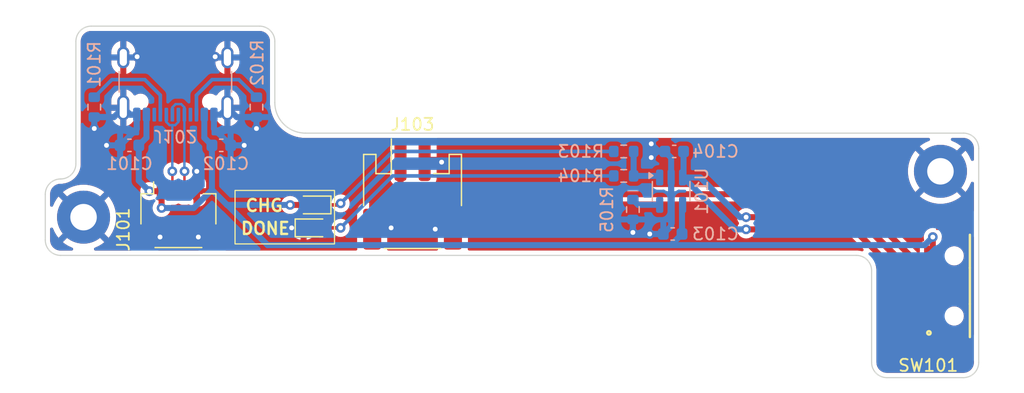
<source format=kicad_pcb>
(kicad_pcb (version 20240108) (generator "pcbnew") (generator_version "8.0")
  (layers (0 "F.Cu" signal) (31 "B.Cu" signal) (34 "B.Paste" user) (35 "F.Paste" user) (36 "B.SilkS" user "B.Silkscreen") (37 "F.SilkS" user "F.Silkscreen") (38 "B.Mask" user) (39 "F.Mask" user) (44 "Edge.Cuts" user))
  (net 0 "")
  (net 1 "VCC")
  (net 2 "GND")
  (net 3 "Net-(U101-V_{BAT})")
  (net 4 "Net-(D101-K)")
  (net 5 "Net-(D102-A)")
  (net 6 "USB_D-")
  (net 7 "USB_D+")
  (net 8 "Net-(J102-CC1)")
  (net 9 "Net-(J102-CC2)")
  (net 12 "Net-(J103-Pin_1)")
  (net 13 "Net-(U101-STAT)")
  (net 14 "Net-(U101-PROG)")
  (footprint "MountingHole:MountingHole_2.2mm_M2_Pad" (layer "F.Cu") (at 26.035 41.275)
    (property "Reference" "H101" (hide yes))
    (property "Value" "MountingHole_Pad")
    (pad "1" thru_hole circle (at 0 0) (size 4.4 4.4) (drill 2.2) (layers "*.Cu" "*.Mask") (net 2 "GND"))
  )
  (footprint "PCM_Slide_SW:SW_PCM13SMTR" (layer "F.Cu") (at 98.298 46.99 90)
    (property "Reference" "SW101" (at -6.604 -2.159 0) (layer "F.SilkS") (effects (font (size 1.001843 1.001843))))
    (property "Value" "PCM13SMTR")
    (fp_line (start 4.25 1.3) (end 1.5 1.3) (stroke (width 0.2)) (layer "F.SilkS"))
    (fp_line (start 1.5 1.3) (end -1.5 1.3) (stroke (width 0.2)) (layer "F.SilkS"))
    (fp_line (start -1.5 1.3) (end -4.25 1.3) (stroke (width 0.2)) (layer "F.SilkS"))
    (fp_circle (center -3.9 -2.1) (end -3.758581 -2.1) (stroke (width 0.2)) (fill none) (layer "F.SilkS"))
    (pad "" np_thru_hole circle (at -2.5 0 90) (size 0.9 0.9) (drill 0.9) (layers "*.Cu" "*.Mask"))
    (pad "" np_thru_hole circle (at 2.5 0 90) (size 0.9 0.9) (drill 0.9) (layers "*.Cu" "*.Mask"))
    (pad "1" smd rect (at -3 -1.75 270) (size 0.7 1.5) (layers "F.Cu" "F.Paste" "F.Mask") (net 3 "Net-(U101-V_{BAT})"))
    (pad "2" smd rect (at -1.5 -1.75 270) (size 0.7 1.5) (layers "F.Cu" "F.Paste" "F.Mask"))
    (pad "3" smd rect (at 1.5 -1.75 270) (size 0.7 1.5) (layers "F.Cu" "F.Paste" "F.Mask") (net 12 "Net-(J103-Pin_1)"))
    (pad "4" smd rect (at 3 -1.75 270) (size 0.7 1.5) (layers "F.Cu" "F.Paste" "F.Mask") (net 1 "VCC"))
    (pad "S1" smd rect (at -5.15 -1.1 90) (size 1 0.8) (layers "F.Cu" "F.Paste" "F.Mask") (net 2 "GND"))
    (pad "S2" smd rect (at -5.15 1.1 90) (size 1 0.8) (layers "F.Cu" "F.Paste" "F.Mask") (net 2 "GND"))
    (pad "S3" smd rect (at 5.15 -1.1 90) (size 1 0.8) (layers "F.Cu" "F.Paste" "F.Mask") (net 2 "GND"))
    (pad "S4" smd rect (at 5.15 1.1 90) (size 1 0.8) (layers "F.Cu" "F.Paste" "F.Mask") (net 2 "GND"))
  )
  (footprint "Connector_JST:JST_SH_SM04B-SRSS-TB_1x04-1MP_P1.00mm_Horizontal" (layer "F.Cu") (at 33.909 41.116)
    (property "Reference" "J101" (at -4.572 1.175 90) (layer "F.SilkS"))
    (property "Value" "Conn_01x04_MountingPin")
    (fp_line (start -3.11 -1.785) (end -2.06 -1.785) (stroke (width 0.12)) (layer "F.SilkS"))
    (fp_line (start -3.11 0.715) (end -3.11 -1.785) (stroke (width 0.12)) (layer "F.SilkS"))
    (fp_line (start -2.06 -1.785) (end -2.06 -2.775) (stroke (width 0.12)) (layer "F.SilkS"))
    (fp_line (start -1.94 2.685) (end 1.94 2.685) (stroke (width 0.12)) (layer "F.SilkS"))
    (fp_line (start 3.11 -1.785) (end 2.06 -1.785) (stroke (width 0.12)) (layer "F.SilkS"))
    (fp_line (start 3.11 0.715) (end 3.11 -1.785) (stroke (width 0.12)) (layer "F.SilkS"))
    (pad "1" smd roundrect (at -1.5 -2) (size 0.6 1.55) (layers "F.Cu" "F.Paste" "F.Mask") (net 1 "VCC"))
    (pad "2" smd roundrect (at -0.5 -2) (size 0.6 1.55) (layers "F.Cu" "F.Paste" "F.Mask") (net 6 "USB_D-"))
    (pad "3" smd roundrect (at 0.5 -2) (size 0.6 1.55) (layers "F.Cu" "F.Paste" "F.Mask") (net 7 "USB_D+"))
    (pad "4" smd roundrect (at 1.5 -2) (size 0.6 1.55) (layers "F.Cu" "F.Paste" "F.Mask") (net 2 "GND"))
    (pad "MP" smd roundrect (at -2.8 1.875) (size 1.2 1.8) (layers "F.Cu" "F.Paste" "F.Mask") (roundrect_rratio 0.2083333333) (net 2 "GND"))
    (pad "MP" smd roundrect (at 2.8 1.875) (size 1.2 1.8) (layers "F.Cu" "F.Paste" "F.Mask") (roundrect_rratio 0.2083333333) (net 2 "GND"))
  )
  (footprint "MountingHole:MountingHole_2.2mm_M2_Pad" (layer "F.Cu") (at 97.155 37.465)
    (property "Reference" "H102" (hide yes))
    (property "Value" "MountingHole_Pad")
    (pad "1" thru_hole circle (at 0 0) (size 4.4 4.4) (drill 2.2) (layers "*.Cu" "*.Mask") (net 2 "GND"))
  )
  (footprint "LED_SMD:LED_0603_1608Metric" (layer "F.Cu") (at 45.0825 40.259 180)
    (property "Reference" "D101" (hide yes))
    (property "Value" "RED")
    (fp_line (start 0.8 -0.735) (end -1.485 -0.735) (stroke (width 0.12)) (layer "F.SilkS"))
    (fp_line (start -1.485 0.735) (end 0.8 0.735) (stroke (width 0.12)) (layer "F.SilkS"))
    (fp_line (start -1.485 -0.735) (end -1.485 0.735) (stroke (width 0.12)) (layer "F.SilkS"))
    (pad "1" smd roundrect (at -0.7875 0 180) (size 0.875 0.95) (layers "F.Cu" "F.Paste" "F.Mask") (net 4 "Net-(D101-K)"))
    (pad "2" smd roundrect (at 0.7875 0 180) (size 0.875 0.95) (layers "F.Cu" "F.Paste" "F.Mask") (net 1 "VCC"))
  )
  (footprint "LED_SMD:LED_0603_1608Metric" (layer "F.Cu") (at 45.085 42.164)
    (property "Reference" "D102" (hide yes))
    (property "Value" "GREEN")
    (fp_line (start -1.485 -0.735) (end -1.485 0.735) (stroke (width 0.12)) (layer "F.SilkS"))
    (fp_line (start -1.485 0.735) (end 0.8 0.735) (stroke (width 0.12)) (layer "F.SilkS"))
    (fp_line (start 0.8 -0.735) (end -1.485 -0.735) (stroke (width 0.12)) (layer "F.SilkS"))
    (pad "1" smd roundrect (at -0.7875 0) (size 0.875 0.95) (layers "F.Cu" "F.Paste" "F.Mask") (net 2 "GND"))
    (pad "2" smd roundrect (at 0.7875 0) (size 0.875 0.95) (layers "F.Cu" "F.Paste" "F.Mask") (net 5 "Net-(D102-A)"))
  )
  (footprint "Connector_JST:JST_PH_S2B-PH-SM4-TB_1x02-1MP_P2.00mm_Horizontal" (layer "F.Cu") (at 53.34 39.37)
    (property "Reference" "J103" (at 0 -5.8 0) (layer "F.SilkS"))
    (property "Value" "Battery_Conn")
    (fp_line (start -4.06 -3.31) (end -3.04 -3.31) (stroke (width 0.12)) (layer "F.SilkS"))
    (fp_line (start -4.06 0.94) (end -4.06 -3.31) (stroke (width 0.12)) (layer "F.SilkS"))
    (fp_line (start -3.04 -3.31) (end -3.04 -1.71) (stroke (width 0.12)) (layer "F.SilkS"))
    (fp_line (start -3.04 -1.71) (end -1.76 -1.71) (stroke (width 0.12)) (layer "F.SilkS"))
    (fp_line (start -2.34 4.51) (end 2.34 4.51) (stroke (width 0.12)) (layer "F.SilkS"))
    (fp_line (start -1.76 -1.71) (end -1.76 -4.6) (stroke (width 0.12)) (layer "F.SilkS"))
    (fp_line (start 3.04 -3.31) (end 3.04 -1.71) (stroke (width 0.12)) (layer "F.SilkS"))
    (fp_line (start 3.04 -1.71) (end 1.76 -1.71) (stroke (width 0.12)) (layer "F.SilkS"))
    (fp_line (start 4.06 -3.31) (end 3.04 -3.31) (stroke (width 0.12)) (layer "F.SilkS"))
    (fp_line (start 4.06 0.94) (end 4.06 -3.31) (stroke (width 0.12)) (layer "F.SilkS"))
    (pad "1" smd roundrect (at -1 -2.85) (size 1 3.5) (layers "F.Cu" "F.Paste" "F.Mask") (net 12 "Net-(J103-Pin_1)"))
    (pad "2" smd roundrect (at 1 -2.85) (size 1 3.5) (layers "F.Cu" "F.Paste" "F.Mask") (net 2 "GND"))
    (pad "MP" smd roundrect (at -3.35 2.9) (size 1.5 3.4) (layers "F.Cu" "F.Paste" "F.Mask") (roundrect_rratio 0.1666673333) (net 2 "GND"))
    (pad "MP" smd roundrect (at 3.35 2.9) (size 1.5 3.4) (layers "F.Cu" "F.Paste" "F.Mask") (roundrect_rratio 0.1666673333) (net 2 "GND"))
  )
  (footprint "Connector_USB:USB_C_Receptacle_GCT_USB4105-xx-A_16P_TopMnt_Horizontal" (layer "B.Cu") (at 33.655 29.076)
    (property "Reference" "J102" (at 0 5.468 180) (layer "B.SilkS") (effects (justify mirror)))
    (property "Value" "USB_C_2.0")
    (fp_line (start -4.67 1.8) (end -4.67 0.1) (stroke (width 0.12)) (layer "B.SilkS"))
    (fp_line (start 4.67 1.8) (end 4.67 0.1) (stroke (width 0.12)) (layer "B.SilkS"))
    (pad "" np_thru_hole circle (at -2.89 2.605) (size 0.65 0.65) (drill 0.65) (layers "F&B.Cu" "*.Mask"))
    (pad "" np_thru_hole circle (at 2.89 2.605) (size 0.65 0.65) (drill 0.65) (layers "F&B.Cu" "*.Mask"))
    (pad "A1" smd roundrect (at -3.2 3.68) (size 0.6 1.15) (layers "B.Cu" "B.Paste" "B.Mask") (net 2 "GND"))
    (pad "A4" smd roundrect (at -2.4 3.68) (size 0.6 1.15) (layers "B.Cu" "B.Paste" "B.Mask") (net 1 "VCC"))
    (pad "A5" smd roundrect (at -1.25 3.68) (size 0.3 1.15) (layers "B.Cu" "B.Paste" "B.Mask") (net 8 "Net-(J102-CC1)"))
    (pad "A6" smd roundrect (at -0.25 3.68) (size 0.3 1.15) (layers "B.Cu" "B.Paste" "B.Mask") (net 7 "USB_D+"))
    (pad "A7" smd roundrect (at 0.25 3.68) (size 0.3 1.15) (layers "B.Cu" "B.Paste" "B.Mask") (net 6 "USB_D-"))
    (pad "A8" smd roundrect (at 1.25 3.68) (size 0.3 1.15) (layers "B.Cu" "B.Paste" "B.Mask"))
    (pad "A9" smd roundrect (at 2.4 3.68) (size 0.6 1.15) (layers "B.Cu" "B.Paste" "B.Mask") (net 1 "VCC"))
    (pad "A12" smd roundrect (at 3.2 3.68) (size 0.6 1.15) (layers "B.Cu" "B.Paste" "B.Mask") (net 2 "GND"))
    (pad "B1" smd roundrect (at 3.2 3.68) (size 0.6 1.15) (layers "B.Cu" "B.Paste" "B.Mask") (net 2 "GND"))
    (pad "B4" smd roundrect (at 2.4 3.68) (size 0.6 1.15) (layers "B.Cu" "B.Paste" "B.Mask") (net 1 "VCC"))
    (pad "B5" smd roundrect (at 1.75 3.68) (size 0.3 1.15) (layers "B.Cu" "B.Paste" "B.Mask") (net 9 "Net-(J102-CC2)"))
    (pad "B6" smd roundrect (at 0.75 3.68) (size 0.3 1.15) (layers "B.Cu" "B.Paste" "B.Mask") (net 7 "USB_D+"))
    (pad "B7" smd roundrect (at -0.75 3.68) (size 0.3 1.15) (layers "B.Cu" "B.Paste" "B.Mask") (net 6 "USB_D-"))
    (pad "B8" smd roundrect (at -1.75 3.68) (size 0.3 1.15) (layers "B.Cu" "B.Paste" "B.Mask"))
    (pad "B9" smd roundrect (at -2.4 3.68) (size 0.6 1.15) (layers "B.Cu" "B.Paste" "B.Mask") (net 1 "VCC"))
    (pad "B12" smd roundrect (at -3.2 3.68) (size 0.6 1.15) (layers "B.Cu" "B.Paste" "B.Mask") (net 2 "GND"))
    (pad "S1" thru_hole oval (at -4.32 -1.075) (size 1 1.8) (drill oval 0.6 1.4) (layers "*.Cu" "*.Mask" "B.Paste") (net 2 "GND"))
    (pad "S1" thru_hole oval (at -4.32 3.105) (size 1 2.1) (drill oval 0.6 1.7) (layers "*.Cu" "*.Mask" "B.Paste") (net 2 "GND"))
    (pad "S1" thru_hole oval (at 4.32 -1.075) (size 1 1.8) (drill oval 0.6 1.4) (layers "*.Cu" "*.Mask" "B.Paste") (net 2 "GND"))
    (pad "S1" thru_hole oval (at 4.32 3.105) (size 1 2.1) (drill oval 0.6 1.7) (layers "*.Cu" "*.Mask" "B.Paste") (net 2 "GND"))
  )
  (footprint "Capacitor_SMD:C_0603_1608Metric" (layer "B.Cu") (at 74.93 42.672 180)
    (property "Reference" "C103" (at -3.556 0 180) (layer "B.SilkS") (effects (justify mirror)))
    (property "Value" "4.7uF")
    (fp_line (start 0.14058 0.51) (end -0.14058 0.51) (stroke (width 0.12)) (layer "B.SilkS"))
    (fp_line (start 0.14058 -0.51) (end -0.14058 -0.51) (stroke (width 0.12)) (layer "B.SilkS"))
    (pad "1" smd roundrect (at -0.775 0 180) (size 0.9 0.95) (layers "B.Cu" "B.Paste" "B.Mask") (net 1 "VCC"))
    (pad "2" smd roundrect (at 0.775 0 180) (size 0.9 0.95) (layers "B.Cu" "B.Paste" "B.Mask") (net 2 "GND"))
  )
  (footprint "Resistor_SMD:R_0603_1608Metric" (layer "B.Cu") (at 70.866 35.814)
    (property "Reference" "R103" (at -3.556 0 0) (layer "B.SilkS") (effects (justify mirror)))
    (property "Value" "470")
    (fp_line (start 0.237258 -0.5225) (end -0.237258 -0.5225) (stroke (width 0.12)) (layer "B.SilkS"))
    (fp_line (start 0.237258 0.5225) (end -0.237258 0.5225) (stroke (width 0.12)) (layer "B.SilkS"))
    (pad "1" smd roundrect (at -0.825 0) (size 0.8 0.95) (layers "B.Cu" "B.Paste" "B.Mask") (net 4 "Net-(D101-K)"))
    (pad "2" smd roundrect (at 0.825 0) (size 0.8 0.95) (layers "B.Cu" "B.Paste" "B.Mask") (net 13 "Net-(U101-STAT)"))
  )
  (footprint "Capacitor_SMD:C_0603_1608Metric" (layer "B.Cu") (at 37.465 35.306)
    (property "Reference" "C102" (at 0.381 1.524 0) (layer "B.SilkS") (effects (justify mirror)))
    (property "Value" "4.7uF")
    (fp_line (start 0.14058 -0.51) (end -0.14058 -0.51) (stroke (width 0.12)) (layer "B.SilkS"))
    (fp_line (start 0.14058 0.51) (end -0.14058 0.51) (stroke (width 0.12)) (layer "B.SilkS"))
    (pad "1" smd roundrect (at -0.775 0) (size 0.9 0.95) (layers "B.Cu" "B.Paste" "B.Mask") (net 1 "VCC"))
    (pad "2" smd roundrect (at 0.775 0) (size 0.9 0.95) (layers "B.Cu" "B.Paste" "B.Mask") (net 2 "GND"))
  )
  (footprint "Resistor_SMD:R_0603_1608Metric" (layer "B.Cu") (at 26.924 32.131 -90)
    (property "Reference" "R101" (at -3.556 0 90) (layer "B.SilkS") (effects (justify mirror)))
    (property "Value" "5.1k")
    (fp_line (start 0.237258 0.5225) (end -0.237258 0.5225) (stroke (width 0.12)) (layer "B.SilkS"))
    (fp_line (start 0.237258 -0.5225) (end -0.237258 -0.5225) (stroke (width 0.12)) (layer "B.SilkS"))
    (pad "1" smd roundrect (at -0.825 0 270) (size 0.8 0.95) (layers "B.Cu" "B.Paste" "B.Mask") (net 8 "Net-(J102-CC1)"))
    (pad "2" smd roundrect (at 0.825 0 270) (size 0.8 0.95) (layers "B.Cu" "B.Paste" "B.Mask") (net 2 "GND"))
  )
  (footprint "Package_TO_SOT_SMD:SOT-23-5" (layer "B.Cu") (at 74.803 39.116 -90)
    (property "Reference" "U101" (at 0 -2.54 90) (layer "B.SilkS") (effects (justify mirror)))
    (property "Value" "MCP73831-2-OT")
    (fp_line (start -0.8 1.56) (end 0 1.56) (stroke (width 0.12)) (layer "B.SilkS"))
    (fp_line (start 0.8 1.56) (end 0 1.56) (stroke (width 0.12)) (layer "B.SilkS"))
    (fp_line (start -0.8 -1.56) (end 0 -1.56) (stroke (width 0.12)) (layer "B.SilkS"))
    (fp_line (start 0.8 -1.56) (end 0 -1.56) (stroke (width 0.12)) (layer "B.SilkS"))
    (fp_poly (pts (xy -1.3 1.51) (xy -1.54 1.84) (xy -1.06 1.84) (xy -1.3 1.51)) (stroke (width 0.12)) (fill solid) (layer "B.SilkS"))
    (pad "1" smd roundrect (at -1.1375 0.95 270) (size 1.325 0.6) (layers "B.Cu" "B.Paste" "B.Mask") (net 13 "Net-(U101-STAT)"))
    (pad "2" smd roundrect (at -1.1375 0 270) (size 1.325 0.6) (layers "B.Cu" "B.Paste" "B.Mask") (net 2 "GND"))
    (pad "3" smd roundrect (at -1.1375 -0.95 270) (size 1.325 0.6) (layers "B.Cu" "B.Paste" "B.Mask") (net 3 "Net-(U101-V_{BAT})"))
    (pad "4" smd roundrect (at 1.1375 -0.95 270) (size 1.325 0.6) (layers "B.Cu" "B.Paste" "B.Mask") (net 1 "VCC"))
    (pad "5" smd roundrect (at 1.1375 0.95 270) (size 1.325 0.6) (layers "B.Cu" "B.Paste" "B.Mask") (net 14 "Net-(U101-PROG)"))
  )
  (footprint "Resistor_SMD:R_0603_1608Metric" (layer "B.Cu") (at 71.628 40.64 90)
    (property "Reference" "R105" (at 0 -2.159 -90) (layer "B.SilkS") (effects (justify mirror)))
    (property "Value" "5.1k")
    (fp_line (start 0.237258 -0.5225) (end -0.237258 -0.5225) (stroke (width 0.12)) (layer "B.SilkS"))
    (fp_line (start 0.237258 0.5225) (end -0.237258 0.5225) (stroke (width 0.12)) (layer "B.SilkS"))
    (pad "1" smd roundrect (at -0.825 0 90) (size 0.8 0.95) (layers "B.Cu" "B.Paste" "B.Mask") (net 2 "GND"))
    (pad "2" smd roundrect (at 0.825 0 90) (size 0.8 0.95) (layers "B.Cu" "B.Paste" "B.Mask") (net 14 "Net-(U101-PROG)"))
  )
  (footprint "Capacitor_SMD:C_0603_1608Metric" (layer "B.Cu") (at 29.845 35.306)
    (property "Reference" "C101" (at 0 1.524 0) (layer "B.SilkS") (effects (justify mirror)))
    (property "Value" "0.1uF")
    (fp_line (start 0.14058 -0.51) (end -0.14058 -0.51) (stroke (width 0.12)) (layer "B.SilkS"))
    (fp_line (start 0.14058 0.51) (end -0.14058 0.51) (stroke (width 0.12)) (layer "B.SilkS"))
    (pad "1" smd roundrect (at -0.775 0) (size 0.9 0.95) (layers "B.Cu" "B.Paste" "B.Mask") (net 2 "GND"))
    (pad "2" smd roundrect (at 0.775 0) (size 0.9 0.95) (layers "B.Cu" "B.Paste" "B.Mask") (net 1 "VCC"))
  )
  (footprint "Capacitor_SMD:C_0603_1608Metric" (layer "B.Cu") (at 75.057 35.814 180)
    (property "Reference" "C104" (at -3.429 0 180) (layer "B.SilkS") (effects (justify mirror)))
    (property "Value" "4.7uF")
    (fp_line (start 0.14058 0.51) (end -0.14058 0.51) (stroke (width 0.12)) (layer "B.SilkS"))
    (fp_line (start 0.14058 -0.51) (end -0.14058 -0.51) (stroke (width 0.12)) (layer "B.SilkS"))
    (pad "1" smd roundrect (at -0.775 0 180) (size 0.9 0.95) (layers "B.Cu" "B.Paste" "B.Mask") (net 3 "Net-(U101-V_{BAT})"))
    (pad "2" smd roundrect (at 0.775 0 180) (size 0.9 0.95) (layers "B.Cu" "B.Paste" "B.Mask") (net 2 "GND"))
  )
  (footprint "Resistor_SMD:R_0603_1608Metric" (layer "B.Cu") (at 40.386 32.131 -90)
    (property "Reference" "R102" (at -3.683 -0.063 90) (layer "B.SilkS") (effects (justify mirror)))
    (property "Value" "5.1k")
    (fp_line (start 0.237258 0.5225) (end -0.237258 0.5225) (stroke (width 0.12)) (layer "B.SilkS"))
    (fp_line (start 0.237258 -0.5225) (end -0.237258 -0.5225) (stroke (width 0.12)) (layer "B.SilkS"))
    (pad "1" smd roundrect (at -0.825 0 270) (size 0.8 0.95) (layers "B.Cu" "B.Paste" "B.Mask") (net 9 "Net-(J102-CC2)"))
    (pad "2" smd roundrect (at 0.825 0 270) (size 0.8 0.95) (layers "B.Cu" "B.Paste" "B.Mask") (net 2 "GND"))
  )
  (footprint "Resistor_SMD:R_0603_1608Metric" (layer "B.Cu") (at 70.866 37.846)
    (property "Reference" "R104" (at -3.556 0 0) (layer "B.SilkS") (effects (justify mirror)))
    (property "Value" "470")
    (fp_line (start 0.237258 -0.5225) (end -0.237258 -0.5225) (stroke (width 0.12)) (layer "B.SilkS"))
    (fp_line (start 0.237258 0.5225) (end -0.237258 0.5225) (stroke (width 0.12)) (layer "B.SilkS"))
    (pad "1" smd roundrect (at -0.825 0) (size 0.8 0.95) (layers "B.Cu" "B.Paste" "B.Mask") (net 5 "Net-(D102-A)"))
    (pad "2" smd roundrect (at 0.825 0) (size 0.8 0.95) (layers "B.Cu" "B.Paste" "B.Mask") (net 13 "Net-(U101-STAT)"))
  )
  (gr_rect (start 38.608 39.0525) (end 46.863 43.4975) (stroke (width 0.1)) (fill none) (layer "F.SilkS"))
  (gr_line (start 25.4 36.83) (end 25.4 26.67) (stroke (width 0.1)) (layer "Edge.Cuts"))
  (gr_arc (start 22.86 39.37) (mid 23.231974 38.471974) (end 24.13 38.1) (stroke (width 0.1)) (layer "Edge.Cuts"))
  (gr_line (start 99.06 54.609999) (end 92.71 54.61) (stroke (width 0.1)) (layer "Edge.Cuts"))
  (gr_arc (start 44.45 34.29) (mid 42.653949 33.546051) (end 41.91 31.75) (stroke (width 0.1)) (layer "Edge.Cuts"))
  (gr_line (start 22.86 39.37) (end 22.86 43.18) (stroke (width 0.1)) (layer "Edge.Cuts"))
  (gr_line (start 91.44 53.34) (end 91.44 45.72) (stroke (width 0.1)) (layer "Edge.Cuts"))
  (gr_arc (start 40.64 25.4) (mid 41.538026 25.771974) (end 41.91 26.67) (stroke (width 0.1)) (layer "Edge.Cuts"))
  (gr_arc (start 90.17 44.44999) (mid 91.068033 44.821967) (end 91.44001 45.72) (stroke (width 0.1)) (layer "Edge.Cuts"))
  (gr_arc (start 99.06 34.29) (mid 99.958026 34.661974) (end 100.33 35.56) (stroke (width 0.1)) (layer "Edge.Cuts"))
  (gr_line (start 44.45 34.29) (end 99.06 34.29) (stroke (width 0.1)) (layer "Edge.Cuts"))
  (gr_arc (start 25.4 26.67) (mid 25.771974 25.771974) (end 26.67 25.4) (stroke (width 0.1)) (layer "Edge.Cuts"))
  (gr_line (start 40.64 25.4) (end 26.67 25.4) (stroke (width 0.1)) (layer "Edge.Cuts"))
  (gr_arc (start 100.329999 53.34) (mid 99.958025 54.238025) (end 99.06 54.609999) (stroke (width 0.1)) (layer "Edge.Cuts"))
  (gr_line (start 100.33 35.56) (end 100.33 53.34) (stroke (width 0.1)) (layer "Edge.Cuts"))
  (gr_arc (start 25.4 36.83) (mid 25.028026 37.728026) (end 24.13 38.1) (stroke (width 0.1)) (layer "Edge.Cuts"))
  (gr_line (start 90.17 44.44999) (end 24.13 44.45) (stroke (width 0.1)) (layer "Edge.Cuts"))
  (gr_arc (start 24.13 44.45) (mid 23.231974 44.078026) (end 22.86 43.18) (stroke (width 0.1)) (layer "Edge.Cuts"))
  (gr_line (start 41.91 26.67) (end 41.91 31.75) (stroke (width 0.1)) (layer "Edge.Cuts"))
  (gr_arc (start 92.71 54.61) (mid 91.811974 54.238026) (end 91.44 53.34) (stroke (width 0.1)) (layer "Edge.Cuts"))
  (gr_text "DONE" (at 38.989 42.799 0) (layer "F.SilkS") (effects (font (size 1 1) (thickness 0.2) (bold yes)) (justify left bottom)))
  (gr_text "CHG" (at 39.37 40.894 0) (layer "F.SilkS") (effects (font (size 1 1) (thickness 0.2) (bold yes)) (justify left bottom)))
  (segment (start 31.496 39.116) (end 32.409 39.116) (width 0.5) (layer "F.Cu") (net 1))
  (segment (start 32.512 39.219) (end 32.409 39.116) (width 0.5) (layer "F.Cu") (net 1))
  (segment (start 96.52 42.926) (end 96.52 43.962) (width 0.5) (layer "F.Cu") (net 1))
  (segment (start 43.18 40.259) (end 44.295 40.259) (width 0.5) (layer "F.Cu") (net 1))
  (segment (start 32.512 40.513) (end 32.512 39.219) (width 0.5) (layer "F.Cu") (net 1))
  (segment (start 96.52 43.962) (end 96.548 43.99) (width 0.5) (layer "F.Cu") (net 1))
  (via (at 96.52 42.926) (size 0.8) (drill 0.4) (layers "F.Cu" "B.Cu") (net 1))
  (via (at 31.496 39.116) (size 0.8) (drill 0.4) (layers "F.Cu" "B.Cu") (net 1))
  (via (at 43.18 40.259) (size 0.8) (drill 0.4) (layers "F.Cu" "B.Cu") (net 1))
  (via (at 32.512 40.513) (size 0.8) (drill 0.4) (layers "F.Cu" "B.Cu") (net 1))
  (segment (start 32.512 40.513) (end 35.179 40.513) (width 0.5) (layer "B.Cu") (net 1))
  (segment (start 36.055 34.671) (end 36.69 35.306) (width 0.5) (layer "B.Cu") (net 1))
  (segment (start 31.255 34.671) (end 31.255 32.756) (width 0.5) (layer "B.Cu") (net 1))
  (segment (start 74.78 43.597) (end 90.551 43.597) (width 0.5) (layer "B.Cu") (net 1))
  (segment (start 74.78 43.597) (end 75.705 42.672) (width 0.5) (layer "B.Cu") (net 1))
  (segment (start 75.705 42.672) (end 75.705 40.3015) (width 0.5) (layer "B.Cu") (net 1))
  (segment (start 41.311 43.597) (end 74.78 43.597) (width 0.5) (layer "B.Cu") (net 1))
  (segment (start 37.973 40.259) (end 41.311 43.597) (width 0.5) (layer "B.Cu") (net 1))
  (segment (start 37.947 40.259) (end 37.973 40.259) (width 0.5) (layer "B.Cu") (net 1))
  (segment (start 37.947 40.259) (end 43.18 40.259) (width 0.5) (layer "B.Cu") (net 1))
  (segment (start 36.69 39.002) (end 37.947 40.259) (width 0.5) (layer "B.Cu") (net 1))
  (segment (start 35.179 40.513) (end 36.69 39.002) (width 0.5) (layer "B.Cu") (net 1))
  (segment (start 36.69 39.002) (end 36.69 35.306) (width 0.5) (layer "B.Cu") (net 1))
  (segment (start 30.62 35.306) (end 31.255 34.671) (width 0.5) (layer "B.Cu") (net 1))
  (segment (start 95.849 43.597) (end 96.52 42.926) (width 0.5) (layer "B.Cu") (net 1))
  (segment (start 36.055 32.756) (end 36.055 34.671) (width 0.5) (layer "B.Cu") (net 1))
  (segment (start 30.62 35.306) (end 30.62 38.24) (width 0.5) (layer "B.Cu") (net 1))
  (segment (start 75.705 40.3015) (end 75.753 40.2535) (width 0.5) (layer "B.Cu") (net 1))
  (segment (start 30.62 38.24) (end 31.496 39.116) (width 0.5) (layer "B.Cu") (net 1))
  (segment (start 90.551 43.597) (end 95.849 43.597) (width 0.5) (layer "B.Cu") (net 1))
  (segment (start 31.109 42.991) (end 32.32 42.991) (width 0.5) (layer "F.Cu") (net 2))
  (segment (start 35.409 39.116) (end 35.409 37.489) (width 0.5) (layer "F.Cu") (net 2))
  (segment (start 35.409 37.489) (end 35.433 37.465) (width 0.5) (layer "F.Cu") (net 2))
  (segment (start 54.34 36.52) (end 55.57 36.52) (width 0.5) (layer "F.Cu") (net 2))
  (segment (start 55.224 42.27) (end 56.69 42.27) (width 0.5) (layer "F.Cu") (net 2))
  (segment (start 35.56 42.926) (end 35.625 42.991) (width 0.5) (layer "F.Cu") (net 2))
  (segment (start 35.625 42.991) (end 36.709 42.991) (width 0.5) (layer "F.Cu") (net 2))
  (segment (start 55.57 36.52) (end 55.753 36.703) (width 0.5) (layer "F.Cu") (net 2))
  (segment (start 51.562 42.164) (end 50.096 42.164) (width 0.5) (layer "F.Cu") (net 2))
  (segment (start 50.096 42.164) (end 49.99 42.27) (width 0.5) (layer "F.Cu") (net 2))
  (segment (start 44.2975 42.164) (end 43.307 42.164) (width 0.5) (layer "F.Cu") (net 2))
  (segment (start 32.32 42.991) (end 32.385 42.926) (width 0.5) (layer "F.Cu") (net 2))
  (via (at 30.48 27.94) (size 0.8) (drill 0.4) (layers "F.Cu" "B.Cu") (net 2))
  (via (at 51.562 42.164) (size 0.8) (drill 0.4) (layers "F.Cu" "B.Cu") (net 2))
  (via (at 35.56 42.926) (size 0.8) (drill 0.4) (layers "F.Cu" "B.Cu") (net 2))
  (via (at 73.025 42.672) (size 0.8) (drill 0.4) (layers "F.Cu" "B.Cu") (net 2))
  (via (at 26.924 33.909) (size 0.8) (drill 0.4) (layers "F.Cu" "B.Cu") (net 2))
  (via (at 36.957 27.94) (size 0.8) (drill 0.4) (layers "F.Cu" "B.Cu") (net 2))
  (via (at 40.386 33.909) (size 0.8) (drill 0.4) (layers "F.Cu" "B.Cu") (net 2))
  (via (at 73.152 35.179) (size 0.8) (drill 0.4) (layers "F.Cu" "B.Cu") (net 2))
  (via (at 73.152 36.322) (size 0.8) (drill 0.4) (layers "F.Cu" "B.Cu") (net 2))
  (via (at 27.94 35.306) (size 0.8) (drill 0.4) (layers "F.Cu" "B.Cu") (net 2))
  (via (at 39.37 35.306) (size 0.8) (drill 0.4) (layers "F.Cu" "B.Cu") (net 2))
  (via (at 55.224 42.27) (size 0.8) (drill 0.4) (layers "F.Cu" "B.Cu") (net 2))
  (via (at 43.307 42.164) (size 0.8) (drill 0.4) (layers "F.Cu" "B.Cu") (net 2))
  (via (at 55.753 36.703) (size 0.8) (drill 0.4) (layers "F.Cu" "B.Cu") (net 2))
  (via (at 35.433 37.465) (size 0.8) (drill 0.4) (layers "F.Cu" "B.Cu") (net 2))
  (via (at 32.385 42.926) (size 0.8) (drill 0.4) (layers "F.Cu" "B.Cu") (net 2))
  (via (at 71.628 42.545) (size 0.8) (drill 0.4) (layers "F.Cu" "B.Cu") (net 2))
  (segment (start 74.803 42.024) (end 74.803 37.9785) (width 0.5) (layer "B.Cu") (net 2))
  (segment (start 30.455 33.934) (end 30.455 32.756) (width 0.5) (layer "B.Cu") (net 2))
  (segment (start 36.855 33.921) (end 38.24 35.306) (width 0.5) (layer "B.Cu") (net 2))
  (segment (start 29.335 28.001) (end 30.419 28.001) (width 0.5) (layer "B.Cu") (net 2))
  (segment (start 74.282 35.814) (end 74.803 36.335) (width 0.5) (layer "B.Cu") (net 2))
  (segment (start 29.91 32.756) (end 29.335 32.181) (width 0.5) (layer "B.Cu") (net 2))
  (segment (start 74.803 36.335) (end 74.803 37.9785) (width 0.5) (layer "B.Cu") (net 2))
  (segment (start 74.282 35.814) (end 73.787 35.814) (width 0.5) (layer "B.Cu") (net 2))
  (segment (start 38.75 32.956) (end 37.975 32.181) (width 0.5) (layer "B.Cu") (net 2))
  (segment (start 30.419 28.001) (end 30.48 27.94) (width 0.5) (layer "B.Cu") (net 2))
  (segment (start 29.083 35.306) (end 30.455 33.934) (width 0.5) (layer "B.Cu") (net 2))
  (segment (start 74.155 42.672) (end 74.803 42.024) (width 0.5) (layer "B.Cu") (net 2))
  (segment (start 36.855 32.756) (end 36.855 33.921) (width 0.5) (layer "B.Cu") (net 2))
  (segment (start 28.56 32.956) (end 29.335 32.181) (width 0.5) (layer "B.Cu") (net 2))
  (segment (start 30.455 32.756) (end 29.91 32.756) (width 0.5) (layer "B.Cu") (net 2))
  (segment (start 74.282 35.814) (end 73.66 35.814) (width 0.5) (layer "B.Cu") (net 2))
  (segment (start 26.924 32.956) (end 26.924 33.909) (width 0.5) (layer "B.Cu") (net 2))
  (segment (start 29.07 35.306) (end 29.083 35.306) (width 0.5) (layer "B.Cu") (net 2))
  (segment (start 71.628 41.465) (end 71.628 42.545) (width 0.5) (layer "B.Cu") (net 2))
  (segment (start 29.07 35.306) (end 27.94 35.306) (width 0.5) (layer "B.Cu") (net 2))
  (segment (start 26.924 32.956) (end 28.56 32.956) (width 0.5) (layer "B.Cu") (net 2))
  (segment (start 73.66 35.814) (end 73.152 36.322) (width 0.5) (layer "B.Cu") (net 2))
  (segment (start 37.018 28.001) (end 36.957 27.94) (width 0.5) (layer "B.Cu") (net 2))
  (segment (start 73.787 35.814) (end 73.152 35.179) (width 0.5) (layer "B.Cu") (net 2))
  (segment (start 74.155 42.672) (end 73.025 42.672) (width 0.5) (layer "B.Cu") (net 2))
  (segment (start 37.4 32.756) (end 37.975 32.181) (width 0.5) (layer "B.Cu") (net 2))
  (segment (start 40.386 32.956) (end 40.386 33.909) (width 0.5) (layer "B.Cu") (net 2))
  (segment (start 36.855 32.756) (end 37.4 32.756) (width 0.5) (layer "B.Cu") (net 2))
  (segment (start 40.386 32.956) (end 38.75 32.956) (width 0.5) (layer "B.Cu") (net 2))
  (segment (start 37.975 28.001) (end 37.018 28.001) (width 0.5) (layer "B.Cu") (net 2))
  (segment (start 38.24 35.306) (end 39.37 35.306) (width 0.5) (layer "B.Cu") (net 2))
  (segment (start 89.9795 42.291) (end 91.02725 43.33875) (width 0.5) (layer "F.Cu") (net 3))
  (segment (start 94.361 46.6725) (end 94.361 48.514) (width 0.5) (layer "F.Cu") (net 3))
  (segment (start 91.02725 43.33875) (end 94.361 46.6725) (width 0.5) (layer "F.Cu") (net 3))
  (segment (start 81.026 41.275) (end 88.9635 41.275) (width 0.5) (layer "F.Cu") (net 3))
  (segment (start 88.9635 41.275) (end 91.02725 43.33875) (width 0.5) (layer "F.Cu") (net 3))
  (segment (start 95.837 49.99) (end 96.548 49.99) (width 0.5) (layer "F.Cu") (net 3))
  (segment (start 94.361 48.514) (end 95.837 49.99) (width 0.5) (layer "F.Cu") (net 3))
  (segment (start 81.026 42.291) (end 89.9795 42.291) (width 0.5) (layer "F.Cu") (net 3))
  (via (at 81.026 41.275) (size 0.8) (drill 0.4) (layers "F.Cu" "B.Cu") (net 3))
  (via (at 81.026 42.291) (size 0.8) (drill 0.4) (layers "F.Cu" "B.Cu") (net 3))
  (segment (start 75.832 35.814) (end 75.832 37.8995) (width 0.5) (layer "B.Cu") (net 3))
  (segment (start 77.2215 37.9785) (end 75.753 37.9785) (width 0.5) (layer "B.Cu") (net 3))
  (segment (start 81.026 42.291) (end 80.137 42.291) (width 0.5) (layer "B.Cu") (net 3))
  (segment (start 81.026 41.275) (end 80.518 41.275) (width 0.5) (layer "B.Cu") (net 3))
  (segment (start 75.8245 37.9785) (end 75.753 37.9785) (width 0.5) (layer "B.Cu") (net 3))
  (segment (start 80.137 42.291) (end 75.8245 37.9785) (width 0.5) (layer "B.Cu") (net 3))
  (segment (start 75.832 37.8995) (end 75.753 37.9785) (width 0.5) (layer "B.Cu") (net 3))
  (segment (start 80.518 41.275) (end 77.2215 37.9785) (width 0.5) (layer "B.Cu") (net 3))
  (segment (start 47.244 40.259) (end 47.371 40.132) (width 0.3) (layer "F.Cu") (net 4))
  (segment (start 45.87 40.259) (end 47.244 40.259) (width 0.3) (layer "F.Cu") (net 4))
  (via (at 47.371 40.132) (size 0.8) (drill 0.4) (layers "F.Cu" "B.Cu") (net 4))
  (segment (start 47.371 40.132) (end 51.689 35.814) (width 0.3) (layer "B.Cu") (net 4))
  (segment (start 51.689 35.814) (end 70.041 35.814) (width 0.3) (layer "B.Cu") (net 4))
  (segment (start 45.8725 42.164) (end 47.371 42.164) (width 0.3) (layer "F.Cu") (net 5))
  (via (at 47.371 42.164) (size 0.8) (drill 0.4) (layers "F.Cu" "B.Cu") (net 5))
  (segment (start 51.689 37.846) (end 70.041 37.846) (width 0.3) (layer "B.Cu") (net 5))
  (segment (start 47.371 42.164) (end 51.689 37.846) (width 0.3) (layer "B.Cu") (net 5))
  (segment (start 33.409 37.473) (end 33.401 37.465) (width 0.2) (layer "F.Cu") (net 6))
  (segment (start 33.409 39.116) (end 33.409 37.473) (width 0.2) (layer "F.Cu") (net 6))
  (via (at 33.401 37.465) (size 0.8) (drill 0.4) (layers "F.Cu" "B.Cu") (net 6))
  (segment (start 33.17259 33.631) (end 33.401 33.631) (width 0.2) (layer "B.Cu") (net 6))
  (segment (start 33.905 33.36341) (end 33.905 32.756) (width 0.2) (layer "B.Cu") (net 6))
  (segment (start 33.401 37.465) (end 33.401 33.631) (width 0.2) (layer "B.Cu") (net 6))
  (segment (start 33.401 33.631) (end 33.63741 33.631) (width 0.2) (layer "B.Cu") (net 6))
  (segment (start 32.905 32.756) (end 32.905 33.36341) (width 0.2) (layer "B.Cu") (net 6))
  (segment (start 32.905 33.36341) (end 33.17259 33.631) (width 0.2) (layer "B.Cu") (net 6))
  (segment (start 33.63741 33.631) (end 33.905 33.36341) (width 0.2) (layer "B.Cu") (net 6))
  (segment (start 34.409 39.116) (end 34.409 37.473) (width 0.2) (layer "F.Cu") (net 7))
  (segment (start 34.409 37.473) (end 34.417 37.465) (width 0.2) (layer "F.Cu") (net 7))
  (via (at 34.417 37.465) (size 0.8) (drill 0.4) (layers "F.Cu" "B.Cu") (net 7))
  (segment (start 34.405 32.14859) (end 34.405 32.756) (width 0.2) (layer "B.Cu") (net 7))
  (segment (start 34.405 37.453) (end 34.405 32.756) (width 0.2) (layer "B.Cu") (net 7))
  (segment (start 33.405 32.14859) (end 33.67259 31.881) (width 0.2) (layer "B.Cu") (net 7))
  (segment (start 34.13741 31.881) (end 34.405 32.14859) (width 0.2) (layer "B.Cu") (net 7))
  (segment (start 33.67259 31.881) (end 34.13741 31.881) (width 0.2) (layer "B.Cu") (net 7))
  (segment (start 33.405 32.756) (end 33.405 32.14859) (width 0.2) (layer "B.Cu") (net 7))
  (segment (start 34.417 37.465) (end 34.405 37.453) (width 0.2) (layer "B.Cu") (net 7))
  (segment (start 32.405 31.135) (end 32.405 32.756) (width 0.3) (layer "B.Cu") (net 8))
  (segment (start 26.924 31.306) (end 28.385 29.845) (width 0.3) (layer "B.Cu") (net 8))
  (segment (start 28.385 29.845) (end 31.115 29.845) (width 0.3) (layer "B.Cu") (net 8))
  (segment (start 31.115 29.845) (end 32.405 31.135) (width 0.3) (layer "B.Cu") (net 8))
  (segment (start 40.386 31.306) (end 38.925 29.845) (width 0.3) (layer "B.Cu") (net 9))
  (segment (start 36.703 29.845) (end 35.405 31.143) (width 0.3) (layer "B.Cu") (net 9))
  (segment (start 35.405 31.143) (end 35.405 32.756) (width 0.3) (layer "B.Cu") (net 9))
  (segment (start 38.925 29.845) (end 36.703 29.845) (width 0.3) (layer "B.Cu") (net 9))
  (segment (start 52.34 38.497) (end 53.213 39.37) (width 0.5) (layer "F.Cu") (net 12))
  (segment (start 95.655 45.49) (end 96.548 45.49) (width 0.5) (layer "F.Cu") (net 12))
  (segment (start 52.34 36.52) (end 52.34 38.497) (width 0.5) (layer "F.Cu") (net 12))
  (segment (start 53.213 39.37) (end 89.535 39.37) (width 0.5) (layer "F.Cu") (net 12))
  (segment (start 89.535 39.37) (end 95.655 45.49) (width 0.5) (layer "F.Cu") (net 12))
  (segment (start 73.7205 37.846) (end 73.853 37.9785) (width 0.5) (layer "B.Cu") (net 13))
  (segment (start 71.691 37.846) (end 73.7205 37.846) (width 0.5) (layer "B.Cu") (net 13))
  (segment (start 71.691 35.814) (end 71.691 37.846) (width 0.5) (layer "B.Cu") (net 13))
  (segment (start 73.853 40.2535) (end 72.0665 40.2535) (width 0.5) (layer "B.Cu") (net 14))
  (segment (start 72.0665 40.2535) (end 71.628 39.815) (width 0.5) (layer "B.Cu") (net 14))
  (zone (net 2) (net_name "GND") (layers "F&B.Cu") (connect_pads (clearance 0.35)) (min_thickness 0.25) (fill yes (thermal_gap 0.5) (thermal_bridge_width 0.5))
    (polygon (pts (xy 21.59 45.72) (xy 21.59 24.13) (xy 43.18 24.13) (xy 43.18 33.02) (xy 101.6 33.02) (xy 101.6 55.88) (xy 90.17 55.88) (xy 90.17 45.72)))
  )
)
</source>
